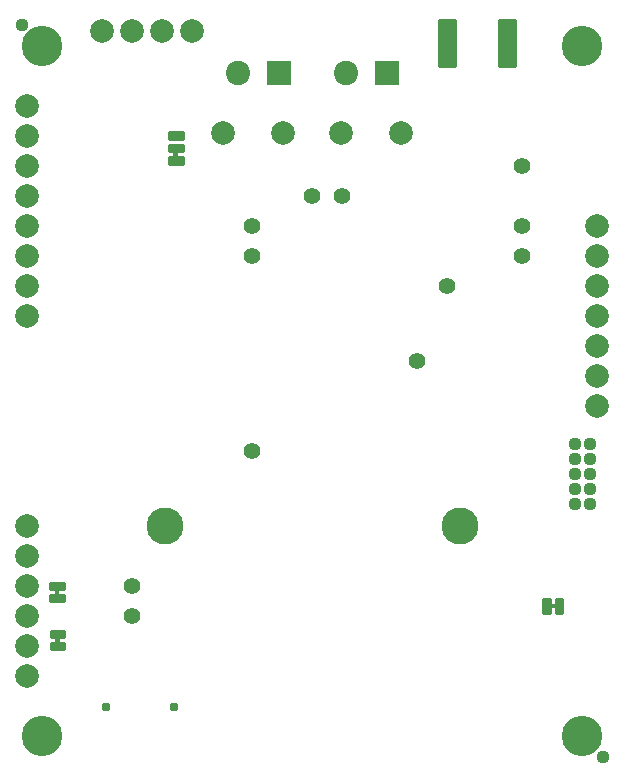
<source format=gbr>
G04 EAGLE Gerber RS-274X export*
G75*
%MOMM*%
%FSLAX34Y34*%
%LPD*%
%INSoldermask Bottom*%
%IPPOS*%
%AMOC8*
5,1,8,0,0,1.08239X$1,22.5*%
G01*
%ADD10C,2.006600*%
%ADD11C,1.127000*%
%ADD12R,2.057400X2.057400*%
%ADD13C,2.057400*%
%ADD14C,0.228344*%
%ADD15C,1.397000*%
%ADD16C,0.777000*%
%ADD17C,0.227778*%
%ADD18C,3.429000*%
%ADD19C,3.127000*%

G36*
X139765Y515632D02*
X139765Y515632D01*
X139831Y515634D01*
X139874Y515652D01*
X139921Y515660D01*
X139978Y515694D01*
X140038Y515719D01*
X140073Y515750D01*
X140114Y515775D01*
X140156Y515826D01*
X140204Y515870D01*
X140226Y515912D01*
X140255Y515949D01*
X140276Y516011D01*
X140307Y516070D01*
X140315Y516124D01*
X140327Y516161D01*
X140326Y516201D01*
X140334Y516255D01*
X140334Y520065D01*
X140323Y520130D01*
X140321Y520196D01*
X140303Y520239D01*
X140295Y520286D01*
X140261Y520343D01*
X140236Y520403D01*
X140205Y520438D01*
X140180Y520479D01*
X140129Y520521D01*
X140085Y520569D01*
X140043Y520591D01*
X140006Y520620D01*
X139944Y520641D01*
X139885Y520672D01*
X139831Y520680D01*
X139794Y520692D01*
X139754Y520691D01*
X139700Y520699D01*
X137160Y520699D01*
X137095Y520688D01*
X137029Y520686D01*
X136986Y520668D01*
X136939Y520660D01*
X136882Y520626D01*
X136822Y520601D01*
X136787Y520570D01*
X136746Y520545D01*
X136705Y520494D01*
X136656Y520450D01*
X136634Y520408D01*
X136605Y520371D01*
X136584Y520309D01*
X136553Y520250D01*
X136545Y520196D01*
X136533Y520159D01*
X136533Y520155D01*
X136533Y520154D01*
X136534Y520119D01*
X136526Y520065D01*
X136526Y516255D01*
X136537Y516190D01*
X136539Y516124D01*
X136557Y516081D01*
X136565Y516034D01*
X136599Y515977D01*
X136624Y515917D01*
X136655Y515882D01*
X136680Y515841D01*
X136731Y515800D01*
X136775Y515751D01*
X136817Y515729D01*
X136854Y515700D01*
X136916Y515679D01*
X136975Y515648D01*
X137029Y515640D01*
X137066Y515628D01*
X137106Y515629D01*
X137160Y515621D01*
X139700Y515621D01*
X139765Y515632D01*
G37*
G36*
X39435Y144792D02*
X39435Y144792D01*
X39501Y144794D01*
X39544Y144812D01*
X39591Y144820D01*
X39648Y144854D01*
X39708Y144879D01*
X39743Y144910D01*
X39784Y144935D01*
X39826Y144986D01*
X39874Y145030D01*
X39896Y145072D01*
X39925Y145109D01*
X39946Y145171D01*
X39977Y145230D01*
X39985Y145284D01*
X39997Y145321D01*
X39996Y145361D01*
X40004Y145415D01*
X40004Y149225D01*
X39993Y149290D01*
X39991Y149356D01*
X39973Y149399D01*
X39965Y149446D01*
X39931Y149503D01*
X39906Y149563D01*
X39875Y149598D01*
X39850Y149639D01*
X39799Y149681D01*
X39755Y149729D01*
X39713Y149751D01*
X39676Y149780D01*
X39614Y149801D01*
X39555Y149832D01*
X39501Y149840D01*
X39464Y149852D01*
X39424Y149851D01*
X39370Y149859D01*
X36830Y149859D01*
X36765Y149848D01*
X36699Y149846D01*
X36656Y149828D01*
X36609Y149820D01*
X36552Y149786D01*
X36492Y149761D01*
X36457Y149730D01*
X36416Y149705D01*
X36375Y149654D01*
X36326Y149610D01*
X36304Y149568D01*
X36275Y149531D01*
X36254Y149469D01*
X36223Y149410D01*
X36215Y149356D01*
X36203Y149319D01*
X36203Y149315D01*
X36203Y149314D01*
X36204Y149279D01*
X36196Y149225D01*
X36196Y145415D01*
X36207Y145350D01*
X36209Y145284D01*
X36227Y145241D01*
X36235Y145194D01*
X36269Y145137D01*
X36294Y145077D01*
X36325Y145042D01*
X36350Y145001D01*
X36401Y144960D01*
X36445Y144911D01*
X36487Y144889D01*
X36524Y144860D01*
X36586Y144839D01*
X36645Y144808D01*
X36699Y144800D01*
X36736Y144788D01*
X36776Y144789D01*
X36830Y144781D01*
X39370Y144781D01*
X39435Y144792D01*
G37*
G36*
X39689Y104152D02*
X39689Y104152D01*
X39755Y104154D01*
X39798Y104172D01*
X39845Y104180D01*
X39902Y104214D01*
X39962Y104239D01*
X39997Y104270D01*
X40038Y104295D01*
X40080Y104346D01*
X40128Y104390D01*
X40150Y104432D01*
X40179Y104469D01*
X40200Y104531D01*
X40231Y104590D01*
X40239Y104644D01*
X40251Y104681D01*
X40250Y104721D01*
X40258Y104775D01*
X40258Y108585D01*
X40247Y108650D01*
X40245Y108716D01*
X40227Y108759D01*
X40219Y108806D01*
X40185Y108863D01*
X40160Y108923D01*
X40129Y108958D01*
X40104Y108999D01*
X40053Y109041D01*
X40009Y109089D01*
X39967Y109111D01*
X39930Y109140D01*
X39868Y109161D01*
X39809Y109192D01*
X39755Y109200D01*
X39718Y109212D01*
X39678Y109211D01*
X39624Y109219D01*
X37084Y109219D01*
X37019Y109208D01*
X36953Y109206D01*
X36910Y109188D01*
X36863Y109180D01*
X36806Y109146D01*
X36746Y109121D01*
X36711Y109090D01*
X36670Y109065D01*
X36629Y109014D01*
X36580Y108970D01*
X36558Y108928D01*
X36529Y108891D01*
X36508Y108829D01*
X36477Y108770D01*
X36469Y108716D01*
X36457Y108679D01*
X36457Y108675D01*
X36457Y108674D01*
X36458Y108639D01*
X36450Y108585D01*
X36450Y104775D01*
X36461Y104710D01*
X36463Y104644D01*
X36481Y104601D01*
X36489Y104554D01*
X36523Y104497D01*
X36548Y104437D01*
X36579Y104402D01*
X36604Y104361D01*
X36655Y104320D01*
X36699Y104271D01*
X36741Y104249D01*
X36778Y104220D01*
X36840Y104199D01*
X36899Y104168D01*
X36953Y104160D01*
X36990Y104148D01*
X37030Y104149D01*
X37084Y104141D01*
X39624Y104141D01*
X39689Y104152D01*
G37*
G36*
X459678Y133743D02*
X459678Y133743D01*
X459744Y133745D01*
X459787Y133763D01*
X459834Y133771D01*
X459891Y133805D01*
X459951Y133830D01*
X459986Y133861D01*
X460027Y133886D01*
X460069Y133937D01*
X460117Y133981D01*
X460139Y134023D01*
X460168Y134060D01*
X460189Y134122D01*
X460220Y134181D01*
X460228Y134235D01*
X460240Y134272D01*
X460239Y134312D01*
X460247Y134366D01*
X460247Y136906D01*
X460236Y136971D01*
X460234Y137037D01*
X460216Y137080D01*
X460208Y137127D01*
X460174Y137184D01*
X460149Y137244D01*
X460118Y137279D01*
X460093Y137320D01*
X460042Y137362D01*
X459998Y137410D01*
X459956Y137432D01*
X459919Y137461D01*
X459857Y137482D01*
X459798Y137513D01*
X459744Y137521D01*
X459707Y137533D01*
X459667Y137532D01*
X459613Y137540D01*
X455803Y137540D01*
X455738Y137529D01*
X455672Y137527D01*
X455629Y137509D01*
X455582Y137501D01*
X455525Y137467D01*
X455465Y137442D01*
X455430Y137411D01*
X455389Y137386D01*
X455348Y137335D01*
X455299Y137291D01*
X455277Y137249D01*
X455248Y137212D01*
X455227Y137150D01*
X455196Y137091D01*
X455188Y137037D01*
X455176Y137000D01*
X455176Y136997D01*
X455177Y136960D01*
X455169Y136906D01*
X455169Y134366D01*
X455180Y134301D01*
X455182Y134235D01*
X455200Y134192D01*
X455208Y134145D01*
X455242Y134088D01*
X455267Y134028D01*
X455298Y133993D01*
X455323Y133952D01*
X455374Y133911D01*
X455418Y133862D01*
X455460Y133840D01*
X455497Y133811D01*
X455559Y133790D01*
X455618Y133759D01*
X455672Y133751D01*
X455709Y133739D01*
X455749Y133740D01*
X455803Y133732D01*
X459613Y133732D01*
X459678Y133743D01*
G37*
D10*
X12700Y457200D03*
X12700Y431800D03*
X12700Y406400D03*
X12700Y381000D03*
D11*
X7874Y627126D03*
X500126Y7874D03*
D10*
X12700Y203200D03*
D12*
X317221Y586740D03*
D13*
X282219Y586740D03*
D12*
X225781Y586740D03*
D13*
X190779Y586740D03*
D14*
X132586Y536450D02*
X132586Y530858D01*
X132586Y536450D02*
X144274Y536450D01*
X144274Y530858D01*
X132586Y530858D01*
X132586Y533027D02*
X144274Y533027D01*
X144274Y535196D02*
X132586Y535196D01*
X132586Y526036D02*
X132586Y520444D01*
X132586Y526036D02*
X144274Y526036D01*
X144274Y520444D01*
X132586Y520444D01*
X132586Y522613D02*
X144274Y522613D01*
X144274Y524782D02*
X132586Y524782D01*
X132586Y515622D02*
X132586Y510030D01*
X132586Y515622D02*
X144274Y515622D01*
X144274Y510030D01*
X132586Y510030D01*
X132586Y512199D02*
X144274Y512199D01*
X144274Y514368D02*
X132586Y514368D01*
D10*
X328930Y535940D03*
X278765Y535940D03*
X229235Y535940D03*
X178435Y535940D03*
D14*
X460119Y141480D02*
X465711Y141480D01*
X465711Y129792D01*
X460119Y129792D01*
X460119Y141480D01*
X460119Y131961D02*
X465711Y131961D01*
X465711Y134130D02*
X460119Y134130D01*
X460119Y136299D02*
X465711Y136299D01*
X465711Y138468D02*
X460119Y138468D01*
X460119Y140637D02*
X465711Y140637D01*
X455297Y141480D02*
X449705Y141480D01*
X455297Y141480D02*
X455297Y129792D01*
X449705Y129792D01*
X449705Y141480D01*
X449705Y131961D02*
X455297Y131961D01*
X455297Y134130D02*
X449705Y134130D01*
X449705Y136299D02*
X455297Y136299D01*
X455297Y138468D02*
X449705Y138468D01*
X449705Y140637D02*
X455297Y140637D01*
D15*
X431800Y457200D03*
X431800Y431800D03*
X431800Y508000D03*
D11*
X476250Y234950D03*
X476250Y247650D03*
X476250Y260350D03*
X476250Y273050D03*
X476250Y222250D03*
X488950Y234950D03*
X488950Y247650D03*
X488950Y260350D03*
X488950Y273050D03*
X488950Y222250D03*
D14*
X44198Y104269D02*
X44198Y98677D01*
X32510Y98677D01*
X32510Y104269D01*
X44198Y104269D01*
X44198Y100846D02*
X32510Y100846D01*
X32510Y103015D02*
X44198Y103015D01*
X44198Y109091D02*
X44198Y114683D01*
X44198Y109091D02*
X32510Y109091D01*
X32510Y114683D01*
X44198Y114683D01*
X44198Y111260D02*
X32510Y111260D01*
X32510Y113429D02*
X44198Y113429D01*
D10*
X12700Y127000D03*
X12700Y101600D03*
X495300Y457200D03*
X495300Y431800D03*
X495300Y406400D03*
X495300Y381000D03*
X495300Y355600D03*
X495300Y330200D03*
X495300Y304800D03*
D16*
X79050Y50320D03*
X136850Y50320D03*
D10*
X12700Y152400D03*
D14*
X43944Y144909D02*
X43944Y139317D01*
X32256Y139317D01*
X32256Y144909D01*
X43944Y144909D01*
X43944Y141486D02*
X32256Y141486D01*
X32256Y143655D02*
X43944Y143655D01*
X43944Y149731D02*
X43944Y155323D01*
X43944Y149731D02*
X32256Y149731D01*
X32256Y155323D01*
X43944Y155323D01*
X43944Y151900D02*
X32256Y151900D01*
X32256Y154069D02*
X43944Y154069D01*
D15*
X101600Y152400D03*
X101600Y127000D03*
X203200Y431800D03*
X203200Y457200D03*
D10*
X12700Y177800D03*
D15*
X342900Y342900D03*
X279400Y482600D03*
D17*
X361304Y592644D02*
X375296Y592644D01*
X361304Y592644D02*
X361304Y631636D01*
X375296Y631636D01*
X375296Y592644D01*
X375296Y594808D02*
X361304Y594808D01*
X361304Y596972D02*
X375296Y596972D01*
X375296Y599136D02*
X361304Y599136D01*
X361304Y601300D02*
X375296Y601300D01*
X375296Y603464D02*
X361304Y603464D01*
X361304Y605628D02*
X375296Y605628D01*
X375296Y607792D02*
X361304Y607792D01*
X361304Y609956D02*
X375296Y609956D01*
X375296Y612120D02*
X361304Y612120D01*
X361304Y614284D02*
X375296Y614284D01*
X375296Y616448D02*
X361304Y616448D01*
X361304Y618612D02*
X375296Y618612D01*
X375296Y620776D02*
X361304Y620776D01*
X361304Y622940D02*
X375296Y622940D01*
X375296Y625104D02*
X361304Y625104D01*
X361304Y627268D02*
X375296Y627268D01*
X375296Y629432D02*
X361304Y629432D01*
X361304Y631596D02*
X375296Y631596D01*
X412104Y592644D02*
X426096Y592644D01*
X412104Y592644D02*
X412104Y631636D01*
X426096Y631636D01*
X426096Y592644D01*
X426096Y594808D02*
X412104Y594808D01*
X412104Y596972D02*
X426096Y596972D01*
X426096Y599136D02*
X412104Y599136D01*
X412104Y601300D02*
X426096Y601300D01*
X426096Y603464D02*
X412104Y603464D01*
X412104Y605628D02*
X426096Y605628D01*
X426096Y607792D02*
X412104Y607792D01*
X412104Y609956D02*
X426096Y609956D01*
X426096Y612120D02*
X412104Y612120D01*
X412104Y614284D02*
X426096Y614284D01*
X426096Y616448D02*
X412104Y616448D01*
X412104Y618612D02*
X426096Y618612D01*
X426096Y620776D02*
X412104Y620776D01*
X412104Y622940D02*
X426096Y622940D01*
X426096Y625104D02*
X412104Y625104D01*
X412104Y627268D02*
X426096Y627268D01*
X426096Y629432D02*
X412104Y629432D01*
X412104Y631596D02*
X426096Y631596D01*
D18*
X25400Y25400D03*
X482600Y25400D03*
X482600Y609600D03*
X25400Y609600D03*
D19*
X129032Y203200D03*
X379032Y203200D03*
D15*
X368300Y406400D03*
X254000Y482600D03*
X203200Y266700D03*
D10*
X12700Y482600D03*
X12700Y508000D03*
X12700Y533400D03*
X12700Y558800D03*
X76200Y622300D03*
X101600Y622300D03*
X127000Y622300D03*
X152400Y622300D03*
X12700Y76200D03*
M02*

</source>
